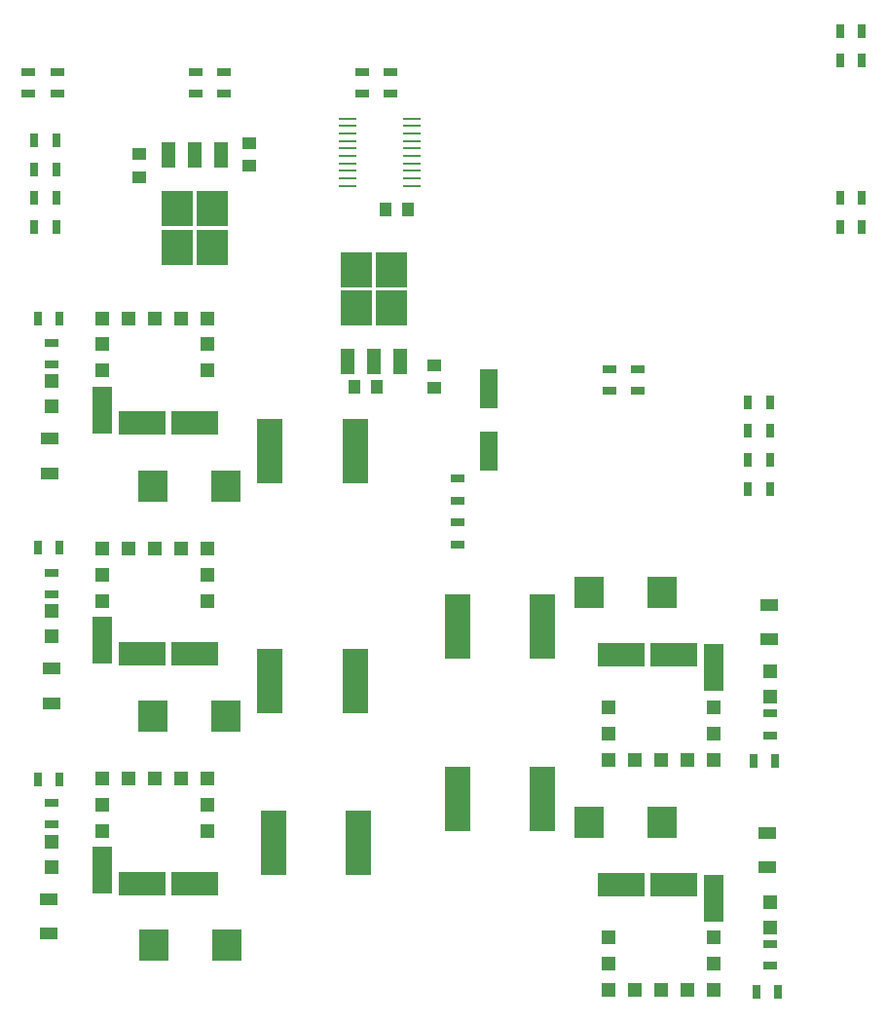
<source format=gbr>
G04 #@! TF.GenerationSoftware,KiCad,Pcbnew,(5.0.0-3-g5ebb6b6)*
G04 #@! TF.CreationDate,2018-10-08T20:22:15-06:00*
G04 #@! TF.ProjectId,LED suit power,4C4544207375697420706F7765722E6B,rev?*
G04 #@! TF.SameCoordinates,Original*
G04 #@! TF.FileFunction,Paste,Top*
G04 #@! TF.FilePolarity,Positive*
%FSLAX46Y46*%
G04 Gerber Fmt 4.6, Leading zero omitted, Abs format (unit mm)*
G04 Created by KiCad (PCBNEW (5.0.0-3-g5ebb6b6)) date Monday, October 08, 2018 at 08:22:15 PM*
%MOMM*%
%LPD*%
G01*
G04 APERTURE LIST*
%ADD10R,1.200000X1.200000*%
%ADD11R,1.300000X0.700000*%
%ADD12R,1.600000X3.500000*%
%ADD13R,0.700000X1.300000*%
%ADD14R,1.250000X1.000000*%
%ADD15R,2.750000X3.050000*%
%ADD16R,1.200000X2.200000*%
%ADD17R,1.000000X1.250000*%
%ADD18R,1.600000X1.000000*%
%ADD19R,1.549200X0.249200*%
%ADD20R,2.300000X5.600000*%
%ADD21R,2.550000X2.700000*%
%ADD22R,1.270000X1.270000*%
%ADD23R,4.060000X2.030000*%
%ADD24R,1.780000X4.060000*%
G04 APERTURE END LIST*
D10*
G04 #@! TO.C,D2*
X181500000Y-185350000D03*
X181500000Y-183150000D03*
G04 #@! TD*
G04 #@! TO.C,D4*
X119000000Y-160100000D03*
X119000000Y-157900000D03*
G04 #@! TD*
G04 #@! TO.C,D5*
X119000000Y-137900000D03*
X119000000Y-140100000D03*
G04 #@! TD*
G04 #@! TO.C,D1*
X181500000Y-163150000D03*
X181500000Y-165350000D03*
G04 #@! TD*
G04 #@! TO.C,D3*
X119000000Y-177900000D03*
X119000000Y-180100000D03*
G04 #@! TD*
D11*
G04 #@! TO.C,R28*
X181500000Y-168700000D03*
X181500000Y-166800000D03*
G04 #@! TD*
G04 #@! TO.C,R29*
X181500000Y-186800000D03*
X181500000Y-188700000D03*
G04 #@! TD*
G04 #@! TO.C,R30*
X119000000Y-174550000D03*
X119000000Y-176450000D03*
G04 #@! TD*
G04 #@! TO.C,R31*
X119000000Y-156450000D03*
X119000000Y-154550000D03*
G04 #@! TD*
G04 #@! TO.C,R32*
X119000000Y-134550000D03*
X119000000Y-136450000D03*
G04 #@! TD*
D12*
G04 #@! TO.C,C16*
X157000000Y-143950000D03*
X157000000Y-138550000D03*
G04 #@! TD*
D11*
G04 #@! TO.C,R21*
X170000000Y-138750000D03*
X170000000Y-136850000D03*
G04 #@! TD*
G04 #@! TO.C,R23*
X131500000Y-112950000D03*
X131500000Y-111050000D03*
G04 #@! TD*
G04 #@! TO.C,R22*
X146000000Y-111050000D03*
X146000000Y-112950000D03*
G04 #@! TD*
G04 #@! TO.C,R12*
X148500000Y-112950000D03*
X148500000Y-111050000D03*
G04 #@! TD*
G04 #@! TO.C,R24*
X117000000Y-111050000D03*
X117000000Y-112950000D03*
G04 #@! TD*
D13*
G04 #@! TO.C,R25*
X187550000Y-122000000D03*
X189450000Y-122000000D03*
G04 #@! TD*
G04 #@! TO.C,R26*
X189450000Y-107500000D03*
X187550000Y-107500000D03*
G04 #@! TD*
D11*
G04 #@! TO.C,R27*
X167500000Y-136850000D03*
X167500000Y-138750000D03*
G04 #@! TD*
G04 #@! TO.C,R17*
X134000000Y-111050000D03*
X134000000Y-112950000D03*
G04 #@! TD*
G04 #@! TO.C,R18*
X119500000Y-112950000D03*
X119500000Y-111050000D03*
G04 #@! TD*
D13*
G04 #@! TO.C,R19*
X189450000Y-124500000D03*
X187550000Y-124500000D03*
G04 #@! TD*
G04 #@! TO.C,R20*
X187550000Y-110000000D03*
X189450000Y-110000000D03*
G04 #@! TD*
D14*
G04 #@! TO.C,C11*
X126600000Y-118200000D03*
X126600000Y-120200000D03*
G04 #@! TD*
G04 #@! TO.C,C4*
X136200000Y-117200000D03*
X136200000Y-119200000D03*
G04 #@! TD*
D15*
G04 #@! TO.C,U4*
X129949999Y-122900001D03*
X132999999Y-126250001D03*
X132999999Y-122900001D03*
X129949999Y-126250001D03*
D16*
X129194999Y-118275001D03*
X131474999Y-118275001D03*
X133754999Y-118275001D03*
G04 #@! TD*
D17*
G04 #@! TO.C,C7*
X150000000Y-123000000D03*
X148000000Y-123000000D03*
G04 #@! TD*
D14*
G04 #@! TO.C,C15*
X152250000Y-136500000D03*
X152250000Y-138500000D03*
G04 #@! TD*
D11*
G04 #@! TO.C,R15*
X154305000Y-152080000D03*
X154305000Y-150180000D03*
G04 #@! TD*
G04 #@! TO.C,R16*
X154305000Y-146370000D03*
X154305000Y-148270000D03*
G04 #@! TD*
D17*
G04 #@! TO.C,C14*
X147300000Y-138400000D03*
X145300000Y-138400000D03*
G04 #@! TD*
D16*
G04 #@! TO.C,U9*
X144720000Y-136200000D03*
X147000000Y-136200000D03*
X149280000Y-136200000D03*
D15*
X148525000Y-128225000D03*
X145475000Y-131575000D03*
X145475000Y-128225000D03*
X148525000Y-131575000D03*
G04 #@! TD*
D18*
G04 #@! TO.C,C8*
X118750000Y-185900000D03*
X118750000Y-182900000D03*
G04 #@! TD*
G04 #@! TO.C,C9*
X119000000Y-162900000D03*
X119000000Y-165900000D03*
G04 #@! TD*
G04 #@! TO.C,C10*
X118800000Y-142900000D03*
X118800000Y-145900000D03*
G04 #@! TD*
G04 #@! TO.C,C12*
X181400000Y-160350000D03*
X181400000Y-157350000D03*
G04 #@! TD*
G04 #@! TO.C,C13*
X181200000Y-180150000D03*
X181200000Y-177150000D03*
G04 #@! TD*
D13*
G04 #@! TO.C,R9*
X119695000Y-172500000D03*
X117795000Y-172500000D03*
G04 #@! TD*
G04 #@! TO.C,R10*
X119695000Y-152400000D03*
X117795000Y-152400000D03*
G04 #@! TD*
G04 #@! TO.C,R11*
X119695000Y-132500000D03*
X117795000Y-132500000D03*
G04 #@! TD*
G04 #@! TO.C,R13*
X180025000Y-170875000D03*
X181925000Y-170875000D03*
G04 #@! TD*
G04 #@! TO.C,R14*
X180300000Y-191000000D03*
X182200000Y-191000000D03*
G04 #@! TD*
D19*
G04 #@! TO.C,U8*
X144700000Y-115075000D03*
X144700000Y-115725000D03*
X150300000Y-117675000D03*
X150300000Y-118325000D03*
X150300000Y-118975000D03*
X150300000Y-119625000D03*
X150300000Y-120275000D03*
X150300000Y-120925000D03*
X150300000Y-117025000D03*
X150300000Y-116375000D03*
X150300000Y-115725000D03*
X150300000Y-115075000D03*
X144700000Y-116375000D03*
X144700000Y-117025000D03*
X144700000Y-117675000D03*
X144700000Y-118325000D03*
X144700000Y-118975000D03*
X144700000Y-119625000D03*
X144700000Y-120925000D03*
X144700000Y-120275000D03*
G04 #@! TD*
D13*
G04 #@! TO.C,R1*
X181450000Y-139763344D03*
X179550000Y-139763344D03*
G04 #@! TD*
G04 #@! TO.C,R2*
X181450000Y-142213344D03*
X179550000Y-142213344D03*
G04 #@! TD*
G04 #@! TO.C,R3*
X181450000Y-144763344D03*
X179550000Y-144763344D03*
G04 #@! TD*
G04 #@! TO.C,R4*
X181450000Y-147263344D03*
X179550000Y-147263344D03*
G04 #@! TD*
G04 #@! TO.C,R5*
X117486223Y-124481786D03*
X119386223Y-124481786D03*
G04 #@! TD*
G04 #@! TO.C,R6*
X117486223Y-121981786D03*
X119386223Y-121981786D03*
G04 #@! TD*
G04 #@! TO.C,R7*
X117486223Y-119481786D03*
X119386223Y-119481786D03*
G04 #@! TD*
G04 #@! TO.C,R8*
X117486223Y-116981786D03*
X119386223Y-116981786D03*
G04 #@! TD*
D20*
G04 #@! TO.C,F5*
X154300000Y-159250000D03*
X161700000Y-159250000D03*
G04 #@! TD*
D21*
G04 #@! TO.C,C6*
X165720000Y-176250000D03*
X172070000Y-176250000D03*
G04 #@! TD*
G04 #@! TO.C,C5*
X165720000Y-156250000D03*
X172070000Y-156250000D03*
G04 #@! TD*
G04 #@! TO.C,C3*
X134180000Y-147000000D03*
X127830000Y-147000000D03*
G04 #@! TD*
G04 #@! TO.C,C2*
X134180000Y-167000000D03*
X127830000Y-167000000D03*
G04 #@! TD*
G04 #@! TO.C,C1*
X134280000Y-186900000D03*
X127930000Y-186900000D03*
G04 #@! TD*
D20*
G04 #@! TO.C,F6*
X154300000Y-174250000D03*
X161700000Y-174250000D03*
G04 #@! TD*
G04 #@! TO.C,F3*
X145400000Y-144000000D03*
X138000000Y-144000000D03*
G04 #@! TD*
G04 #@! TO.C,F2*
X145400000Y-164000000D03*
X138000000Y-164000000D03*
G04 #@! TD*
G04 #@! TO.C,F1*
X145700000Y-178000000D03*
X138300000Y-178000000D03*
G04 #@! TD*
D22*
G04 #@! TO.C,U6*
X167430000Y-186250000D03*
X176570000Y-186250000D03*
D23*
X168570000Y-181680000D03*
X173140000Y-181680000D03*
D24*
X176570000Y-182820000D03*
D22*
X167430000Y-188540000D03*
X167430000Y-190820000D03*
X169710000Y-190820000D03*
X172000000Y-190820000D03*
X174290000Y-190820000D03*
X176570000Y-190820000D03*
X176570000Y-188540000D03*
G04 #@! TD*
G04 #@! TO.C,U5*
X167430000Y-166250000D03*
X176570000Y-166250000D03*
D23*
X168570000Y-161680000D03*
X173140000Y-161680000D03*
D24*
X176570000Y-162820000D03*
D22*
X167430000Y-168540000D03*
X167430000Y-170820000D03*
X169710000Y-170820000D03*
X172000000Y-170820000D03*
X174290000Y-170820000D03*
X176570000Y-170820000D03*
X176570000Y-168540000D03*
G04 #@! TD*
G04 #@! TO.C,U3*
X132570000Y-137000000D03*
X123430000Y-137000000D03*
D23*
X131430000Y-141570000D03*
X126860000Y-141570000D03*
D24*
X123430000Y-140430000D03*
D22*
X132570000Y-134710000D03*
X132570000Y-132430000D03*
X130290000Y-132430000D03*
X128000000Y-132430000D03*
X125710000Y-132430000D03*
X123430000Y-132430000D03*
X123430000Y-134710000D03*
G04 #@! TD*
G04 #@! TO.C,U2*
X132570000Y-157000000D03*
X123430000Y-157000000D03*
D23*
X131430000Y-161570000D03*
X126860000Y-161570000D03*
D24*
X123430000Y-160430000D03*
D22*
X132570000Y-154710000D03*
X132570000Y-152430000D03*
X130290000Y-152430000D03*
X128000000Y-152430000D03*
X125710000Y-152430000D03*
X123430000Y-152430000D03*
X123430000Y-154710000D03*
G04 #@! TD*
G04 #@! TO.C,U1*
X132570000Y-177000000D03*
X123430000Y-177000000D03*
D23*
X131430000Y-181570000D03*
X126860000Y-181570000D03*
D24*
X123430000Y-180430000D03*
D22*
X132570000Y-174710000D03*
X132570000Y-172430000D03*
X130290000Y-172430000D03*
X128000000Y-172430000D03*
X125710000Y-172430000D03*
X123430000Y-172430000D03*
X123430000Y-174710000D03*
G04 #@! TD*
M02*

</source>
